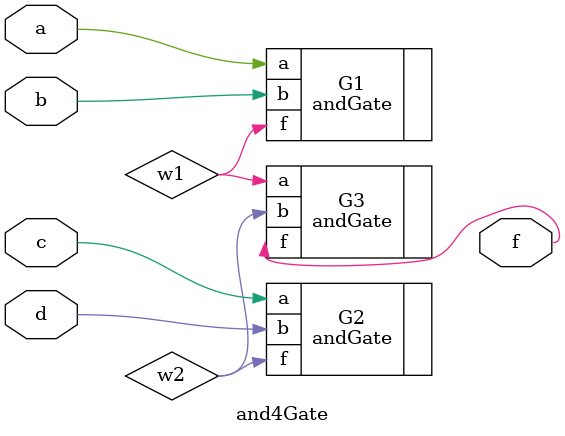
<source format=sv>
`timescale 1ns / 1ps


module and4Gate(

     input logic a ,
     input logic b,
     input logic c, 
     input logic d,
     output logic f
    );
    
    wire  w1;
    wire  w2;
    
    andGate G1(.a(a),.b(b),.f(w1) );
    andGate G2(.a(c),.b(d),.f(w2));
    andGate G3(.a(w1),.b(w2),.f(f));
    
endmodule



</source>
